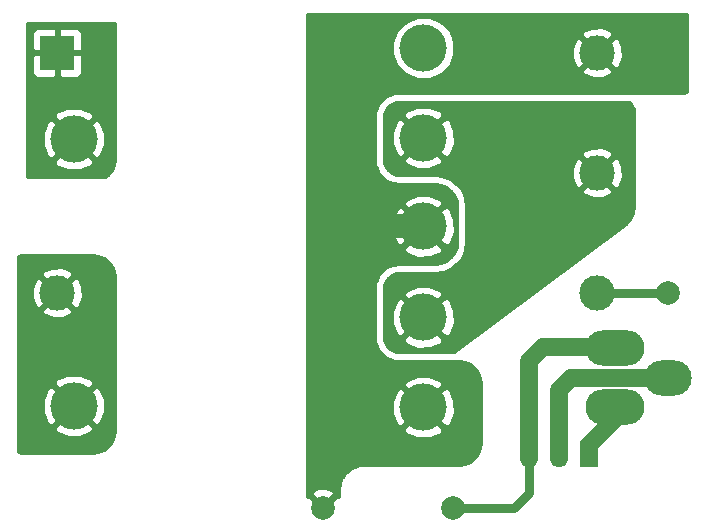
<source format=gbr>
G04 #@! TF.GenerationSoftware,KiCad,Pcbnew,(5.0.2)-1*
G04 #@! TF.CreationDate,2019-01-19T19:24:23-05:00*
G04 #@! TF.ProjectId,Keithley_177_power_repair,4b656974-686c-4657-995f-3137375f706f,rev?*
G04 #@! TF.SameCoordinates,Original*
G04 #@! TF.FileFunction,Copper,L1,Top*
G04 #@! TF.FilePolarity,Positive*
%FSLAX46Y46*%
G04 Gerber Fmt 4.6, Leading zero omitted, Abs format (unit mm)*
G04 Created by KiCad (PCBNEW (5.0.2)-1) date 1/19/2019 7:24:23 PM*
%MOMM*%
%LPD*%
G01*
G04 APERTURE LIST*
G04 #@! TA.AperFunction,ComponentPad*
%ADD10O,5.000000X3.000000*%
G04 #@! TD*
G04 #@! TA.AperFunction,ComponentPad*
%ADD11O,4.000000X3.000000*%
G04 #@! TD*
G04 #@! TA.AperFunction,ComponentPad*
%ADD12C,4.000000*%
G04 #@! TD*
G04 #@! TA.AperFunction,ComponentPad*
%ADD13C,3.000000*%
G04 #@! TD*
G04 #@! TA.AperFunction,ComponentPad*
%ADD14R,3.000000X3.000000*%
G04 #@! TD*
G04 #@! TA.AperFunction,BGAPad,CuDef*
%ADD15C,2.000000*%
G04 #@! TD*
G04 #@! TA.AperFunction,ComponentPad*
%ADD16R,1.500000X2.300000*%
G04 #@! TD*
G04 #@! TA.AperFunction,ComponentPad*
%ADD17O,1.500000X2.300000*%
G04 #@! TD*
G04 #@! TA.AperFunction,Conductor*
%ADD18C,0.800000*%
G04 #@! TD*
G04 #@! TA.AperFunction,Conductor*
%ADD19C,2.000000*%
G04 #@! TD*
G04 #@! TA.AperFunction,Conductor*
%ADD20C,1.500000*%
G04 #@! TD*
G04 #@! TA.AperFunction,Conductor*
%ADD21C,0.254000*%
G04 #@! TD*
G04 APERTURE END LIST*
D10*
G04 #@! TO.P,VR101,1*
G04 #@! TO.N,Net-(U1-Pad1)*
X81200000Y-78000000D03*
D11*
G04 #@! TO.P,VR101,2*
G04 #@! TO.N,GNDA*
X85700000Y-75500000D03*
D10*
G04 #@! TO.P,VR101,3*
G04 #@! TO.N,Net-(TP3-Pad1)*
X81200000Y-73000000D03*
G04 #@! TD*
D12*
G04 #@! TO.P,T101,2*
G04 #@! TO.N,+15V*
X65000000Y-78000000D03*
G04 #@! TO.P,T101,3*
G04 #@! TO.N,GND*
X65000000Y-70400000D03*
G04 #@! TO.P,T101,4*
G04 #@! TO.N,+15V*
X65000000Y-62700000D03*
G04 #@! TO.P,T101,5*
G04 #@! TO.N,GND*
X65000000Y-55200000D03*
G04 #@! TO.P,T101,6*
G04 #@! TO.N,-15V*
X65000000Y-47600000D03*
G04 #@! TO.P,T101,8*
G04 #@! TO.N,/N*
X35400000Y-55300000D03*
G04 #@! TO.P,T101,11*
G04 #@! TO.N,/L*
X35400000Y-77900000D03*
G04 #@! TD*
D13*
G04 #@! TO.P,T1,5*
G04 #@! TO.N,+15V*
X79720000Y-48000000D03*
G04 #@! TO.P,T1,4*
G04 #@! TO.N,GND*
X79720000Y-58160000D03*
G04 #@! TO.P,T1,3*
G04 #@! TO.N,-15V*
X79720000Y-68320000D03*
G04 #@! TO.P,T1,2*
G04 #@! TO.N,/L*
X34000000Y-68320000D03*
D14*
G04 #@! TO.P,T1,1*
G04 #@! TO.N,/N*
X34000000Y-48000000D03*
G04 #@! TD*
D15*
G04 #@! TO.P,TP1,1*
G04 #@! TO.N,+15V*
X56500000Y-86500000D03*
G04 #@! TD*
G04 #@! TO.P,TP3,1*
G04 #@! TO.N,Net-(TP3-Pad1)*
X67500000Y-86500000D03*
G04 #@! TD*
G04 #@! TO.P,TP2,1*
G04 #@! TO.N,-15V*
X85750000Y-68300000D03*
G04 #@! TD*
D16*
G04 #@! TO.P,U1,1*
G04 #@! TO.N,Net-(U1-Pad1)*
X79000000Y-82000000D03*
D17*
G04 #@! TO.P,U1,2*
G04 #@! TO.N,GNDA*
X76460000Y-82000000D03*
G04 #@! TO.P,U1,3*
G04 #@! TO.N,Net-(TP3-Pad1)*
X73920000Y-82000000D03*
G04 #@! TD*
D18*
G04 #@! TO.N,-15V*
X85730000Y-68320000D02*
X85750000Y-68300000D01*
X79720000Y-68320000D02*
X85730000Y-68320000D01*
D19*
G04 #@! TO.N,+15V*
X79720000Y-48000000D02*
X79700000Y-48000000D01*
X65000000Y-62700000D02*
X62700000Y-62700000D01*
D20*
G04 #@! TO.N,Net-(U1-Pad1)*
X79000000Y-81200000D02*
X82200000Y-78000000D01*
X79000000Y-82000000D02*
X79000000Y-81200000D01*
G04 #@! TO.N,GNDA*
X84750000Y-75500000D02*
X84800000Y-75450000D01*
X77500000Y-75500000D02*
X84750000Y-75500000D01*
X76460000Y-82000000D02*
X76460000Y-76540000D01*
X76460000Y-76540000D02*
X77500000Y-75500000D01*
G04 #@! TO.N,Net-(TP3-Pad1)*
X73920000Y-82000000D02*
X73920000Y-74080000D01*
X75100000Y-72900000D02*
X82200000Y-72900000D01*
X73920000Y-74080000D02*
X75100000Y-72900000D01*
D18*
X67500000Y-86500000D02*
X72700000Y-86500000D01*
X73920000Y-85280000D02*
X73920000Y-82000000D01*
X72700000Y-86500000D02*
X73920000Y-85280000D01*
G04 #@! TD*
D21*
G04 #@! TO.N,/N*
G36*
X38873000Y-56991672D02*
X38808120Y-57484485D01*
X38621116Y-57935952D01*
X38323636Y-58323636D01*
X38031239Y-58548000D01*
X31452000Y-58548000D01*
X31452000Y-57175022D01*
X33704584Y-57175022D01*
X33925353Y-57545743D01*
X34897012Y-57939119D01*
X35945247Y-57930713D01*
X36874647Y-57545743D01*
X37095416Y-57175022D01*
X35400000Y-55479605D01*
X33704584Y-57175022D01*
X31452000Y-57175022D01*
X31452000Y-54797012D01*
X32760881Y-54797012D01*
X32769287Y-55845247D01*
X33154257Y-56774647D01*
X33524978Y-56995416D01*
X35220395Y-55300000D01*
X35579605Y-55300000D01*
X37275022Y-56995416D01*
X37645743Y-56774647D01*
X38039119Y-55802988D01*
X38030713Y-54754753D01*
X37645743Y-53825353D01*
X37275022Y-53604584D01*
X35579605Y-55300000D01*
X35220395Y-55300000D01*
X33524978Y-53604584D01*
X33154257Y-53825353D01*
X32760881Y-54797012D01*
X31452000Y-54797012D01*
X31452000Y-53424978D01*
X33704584Y-53424978D01*
X35400000Y-55120395D01*
X37095416Y-53424978D01*
X36874647Y-53054257D01*
X35902988Y-52660881D01*
X34854753Y-52669287D01*
X33925353Y-53054257D01*
X33704584Y-53424978D01*
X31452000Y-53424978D01*
X31452000Y-48285750D01*
X31865000Y-48285750D01*
X31865000Y-49626310D01*
X31961673Y-49859699D01*
X32140302Y-50038327D01*
X32373691Y-50135000D01*
X33714250Y-50135000D01*
X33873000Y-49976250D01*
X33873000Y-48127000D01*
X34127000Y-48127000D01*
X34127000Y-49976250D01*
X34285750Y-50135000D01*
X35626309Y-50135000D01*
X35859698Y-50038327D01*
X36038327Y-49859699D01*
X36135000Y-49626310D01*
X36135000Y-48285750D01*
X35976250Y-48127000D01*
X34127000Y-48127000D01*
X33873000Y-48127000D01*
X32023750Y-48127000D01*
X31865000Y-48285750D01*
X31452000Y-48285750D01*
X31452000Y-46373690D01*
X31865000Y-46373690D01*
X31865000Y-47714250D01*
X32023750Y-47873000D01*
X33873000Y-47873000D01*
X33873000Y-46023750D01*
X34127000Y-46023750D01*
X34127000Y-47873000D01*
X35976250Y-47873000D01*
X36135000Y-47714250D01*
X36135000Y-46373690D01*
X36038327Y-46140301D01*
X35859698Y-45961673D01*
X35626309Y-45865000D01*
X34285750Y-45865000D01*
X34127000Y-46023750D01*
X33873000Y-46023750D01*
X33714250Y-45865000D01*
X32373691Y-45865000D01*
X32140302Y-45961673D01*
X31961673Y-46140301D01*
X31865000Y-46373690D01*
X31452000Y-46373690D01*
X31452000Y-45452000D01*
X38873000Y-45452000D01*
X38873000Y-56991672D01*
X38873000Y-56991672D01*
G37*
X38873000Y-56991672D02*
X38808120Y-57484485D01*
X38621116Y-57935952D01*
X38323636Y-58323636D01*
X38031239Y-58548000D01*
X31452000Y-58548000D01*
X31452000Y-57175022D01*
X33704584Y-57175022D01*
X33925353Y-57545743D01*
X34897012Y-57939119D01*
X35945247Y-57930713D01*
X36874647Y-57545743D01*
X37095416Y-57175022D01*
X35400000Y-55479605D01*
X33704584Y-57175022D01*
X31452000Y-57175022D01*
X31452000Y-54797012D01*
X32760881Y-54797012D01*
X32769287Y-55845247D01*
X33154257Y-56774647D01*
X33524978Y-56995416D01*
X35220395Y-55300000D01*
X35579605Y-55300000D01*
X37275022Y-56995416D01*
X37645743Y-56774647D01*
X38039119Y-55802988D01*
X38030713Y-54754753D01*
X37645743Y-53825353D01*
X37275022Y-53604584D01*
X35579605Y-55300000D01*
X35220395Y-55300000D01*
X33524978Y-53604584D01*
X33154257Y-53825353D01*
X32760881Y-54797012D01*
X31452000Y-54797012D01*
X31452000Y-53424978D01*
X33704584Y-53424978D01*
X35400000Y-55120395D01*
X37095416Y-53424978D01*
X36874647Y-53054257D01*
X35902988Y-52660881D01*
X34854753Y-52669287D01*
X33925353Y-53054257D01*
X33704584Y-53424978D01*
X31452000Y-53424978D01*
X31452000Y-48285750D01*
X31865000Y-48285750D01*
X31865000Y-49626310D01*
X31961673Y-49859699D01*
X32140302Y-50038327D01*
X32373691Y-50135000D01*
X33714250Y-50135000D01*
X33873000Y-49976250D01*
X33873000Y-48127000D01*
X34127000Y-48127000D01*
X34127000Y-49976250D01*
X34285750Y-50135000D01*
X35626309Y-50135000D01*
X35859698Y-50038327D01*
X36038327Y-49859699D01*
X36135000Y-49626310D01*
X36135000Y-48285750D01*
X35976250Y-48127000D01*
X34127000Y-48127000D01*
X33873000Y-48127000D01*
X32023750Y-48127000D01*
X31865000Y-48285750D01*
X31452000Y-48285750D01*
X31452000Y-46373690D01*
X31865000Y-46373690D01*
X31865000Y-47714250D01*
X32023750Y-47873000D01*
X33873000Y-47873000D01*
X33873000Y-46023750D01*
X34127000Y-46023750D01*
X34127000Y-47873000D01*
X35976250Y-47873000D01*
X36135000Y-47714250D01*
X36135000Y-46373690D01*
X36038327Y-46140301D01*
X35859698Y-45961673D01*
X35626309Y-45865000D01*
X34285750Y-45865000D01*
X34127000Y-46023750D01*
X33873000Y-46023750D01*
X33714250Y-45865000D01*
X32373691Y-45865000D01*
X32140302Y-45961673D01*
X31961673Y-46140301D01*
X31865000Y-46373690D01*
X31452000Y-46373690D01*
X31452000Y-45452000D01*
X38873000Y-45452000D01*
X38873000Y-56991672D01*
G04 #@! TO.N,/L*
G36*
X37484485Y-65191880D02*
X37935952Y-65378884D01*
X38323636Y-65676364D01*
X38621116Y-66064048D01*
X38808120Y-66515515D01*
X38873000Y-67008328D01*
X38873000Y-79991672D01*
X38808120Y-80484485D01*
X38621116Y-80935952D01*
X38323636Y-81323636D01*
X37935952Y-81621116D01*
X37484485Y-81808120D01*
X36991672Y-81873000D01*
X31008328Y-81873000D01*
X30710000Y-81833724D01*
X30710000Y-79775022D01*
X33704584Y-79775022D01*
X33925353Y-80145743D01*
X34897012Y-80539119D01*
X35945247Y-80530713D01*
X36874647Y-80145743D01*
X37095416Y-79775022D01*
X35400000Y-78079605D01*
X33704584Y-79775022D01*
X30710000Y-79775022D01*
X30710000Y-77397012D01*
X32760881Y-77397012D01*
X32769287Y-78445247D01*
X33154257Y-79374647D01*
X33524978Y-79595416D01*
X35220395Y-77900000D01*
X35579605Y-77900000D01*
X37275022Y-79595416D01*
X37645743Y-79374647D01*
X38039119Y-78402988D01*
X38030713Y-77354753D01*
X37645743Y-76425353D01*
X37275022Y-76204584D01*
X35579605Y-77900000D01*
X35220395Y-77900000D01*
X33524978Y-76204584D01*
X33154257Y-76425353D01*
X32760881Y-77397012D01*
X30710000Y-77397012D01*
X30710000Y-76024978D01*
X33704584Y-76024978D01*
X35400000Y-77720395D01*
X37095416Y-76024978D01*
X36874647Y-75654257D01*
X35902988Y-75260881D01*
X34854753Y-75269287D01*
X33925353Y-75654257D01*
X33704584Y-76024978D01*
X30710000Y-76024978D01*
X30710000Y-69833970D01*
X32665635Y-69833970D01*
X32825418Y-70152739D01*
X33616187Y-70462723D01*
X34465387Y-70446497D01*
X35174582Y-70152739D01*
X35334365Y-69833970D01*
X34000000Y-68499605D01*
X32665635Y-69833970D01*
X30710000Y-69833970D01*
X30710000Y-67936187D01*
X31857277Y-67936187D01*
X31873503Y-68785387D01*
X32167261Y-69494582D01*
X32486030Y-69654365D01*
X33820395Y-68320000D01*
X34179605Y-68320000D01*
X35513970Y-69654365D01*
X35832739Y-69494582D01*
X36142723Y-68703813D01*
X36126497Y-67854613D01*
X35832739Y-67145418D01*
X35513970Y-66985635D01*
X34179605Y-68320000D01*
X33820395Y-68320000D01*
X32486030Y-66985635D01*
X32167261Y-67145418D01*
X31857277Y-67936187D01*
X30710000Y-67936187D01*
X30710000Y-66806030D01*
X32665635Y-66806030D01*
X34000000Y-68140395D01*
X35334365Y-66806030D01*
X35174582Y-66487261D01*
X34383813Y-66177277D01*
X33534613Y-66193503D01*
X32825418Y-66487261D01*
X32665635Y-66806030D01*
X30710000Y-66806030D01*
X30710000Y-65166276D01*
X31008328Y-65127000D01*
X36991672Y-65127000D01*
X37484485Y-65191880D01*
X37484485Y-65191880D01*
G37*
X37484485Y-65191880D02*
X37935952Y-65378884D01*
X38323636Y-65676364D01*
X38621116Y-66064048D01*
X38808120Y-66515515D01*
X38873000Y-67008328D01*
X38873000Y-79991672D01*
X38808120Y-80484485D01*
X38621116Y-80935952D01*
X38323636Y-81323636D01*
X37935952Y-81621116D01*
X37484485Y-81808120D01*
X36991672Y-81873000D01*
X31008328Y-81873000D01*
X30710000Y-81833724D01*
X30710000Y-79775022D01*
X33704584Y-79775022D01*
X33925353Y-80145743D01*
X34897012Y-80539119D01*
X35945247Y-80530713D01*
X36874647Y-80145743D01*
X37095416Y-79775022D01*
X35400000Y-78079605D01*
X33704584Y-79775022D01*
X30710000Y-79775022D01*
X30710000Y-77397012D01*
X32760881Y-77397012D01*
X32769287Y-78445247D01*
X33154257Y-79374647D01*
X33524978Y-79595416D01*
X35220395Y-77900000D01*
X35579605Y-77900000D01*
X37275022Y-79595416D01*
X37645743Y-79374647D01*
X38039119Y-78402988D01*
X38030713Y-77354753D01*
X37645743Y-76425353D01*
X37275022Y-76204584D01*
X35579605Y-77900000D01*
X35220395Y-77900000D01*
X33524978Y-76204584D01*
X33154257Y-76425353D01*
X32760881Y-77397012D01*
X30710000Y-77397012D01*
X30710000Y-76024978D01*
X33704584Y-76024978D01*
X35400000Y-77720395D01*
X37095416Y-76024978D01*
X36874647Y-75654257D01*
X35902988Y-75260881D01*
X34854753Y-75269287D01*
X33925353Y-75654257D01*
X33704584Y-76024978D01*
X30710000Y-76024978D01*
X30710000Y-69833970D01*
X32665635Y-69833970D01*
X32825418Y-70152739D01*
X33616187Y-70462723D01*
X34465387Y-70446497D01*
X35174582Y-70152739D01*
X35334365Y-69833970D01*
X34000000Y-68499605D01*
X32665635Y-69833970D01*
X30710000Y-69833970D01*
X30710000Y-67936187D01*
X31857277Y-67936187D01*
X31873503Y-68785387D01*
X32167261Y-69494582D01*
X32486030Y-69654365D01*
X33820395Y-68320000D01*
X34179605Y-68320000D01*
X35513970Y-69654365D01*
X35832739Y-69494582D01*
X36142723Y-68703813D01*
X36126497Y-67854613D01*
X35832739Y-67145418D01*
X35513970Y-66985635D01*
X34179605Y-68320000D01*
X33820395Y-68320000D01*
X32486030Y-66985635D01*
X32167261Y-67145418D01*
X31857277Y-67936187D01*
X30710000Y-67936187D01*
X30710000Y-66806030D01*
X32665635Y-66806030D01*
X34000000Y-68140395D01*
X35334365Y-66806030D01*
X35174582Y-66487261D01*
X34383813Y-66177277D01*
X33534613Y-66193503D01*
X32825418Y-66487261D01*
X32665635Y-66806030D01*
X30710000Y-66806030D01*
X30710000Y-65166276D01*
X31008328Y-65127000D01*
X36991672Y-65127000D01*
X37484485Y-65191880D01*
G04 #@! TO.N,GND*
G36*
X82561754Y-52296956D02*
X82792060Y-52748956D01*
X82873000Y-53259992D01*
X82873000Y-60990168D01*
X82782776Y-61569301D01*
X82525107Y-62084639D01*
X82115932Y-62504301D01*
X67635000Y-73365000D01*
X63041624Y-73365000D01*
X62648127Y-73313195D01*
X62320242Y-73177381D01*
X62038674Y-72961326D01*
X61822619Y-72679758D01*
X61686805Y-72351873D01*
X61676688Y-72275022D01*
X63304584Y-72275022D01*
X63525353Y-72645743D01*
X64497012Y-73039119D01*
X65545247Y-73030713D01*
X66474647Y-72645743D01*
X66695416Y-72275022D01*
X65000000Y-70579605D01*
X63304584Y-72275022D01*
X61676688Y-72275022D01*
X61635000Y-71958376D01*
X61635000Y-69897012D01*
X62360881Y-69897012D01*
X62369287Y-70945247D01*
X62754257Y-71874647D01*
X63124978Y-72095416D01*
X64820395Y-70400000D01*
X65179605Y-70400000D01*
X66875022Y-72095416D01*
X67245743Y-71874647D01*
X67639119Y-70902988D01*
X67630713Y-69854753D01*
X67245743Y-68925353D01*
X66875022Y-68704584D01*
X65179605Y-70400000D01*
X64820395Y-70400000D01*
X63124978Y-68704584D01*
X62754257Y-68925353D01*
X62360881Y-69897012D01*
X61635000Y-69897012D01*
X61635000Y-68524978D01*
X63304584Y-68524978D01*
X65000000Y-70220395D01*
X66695416Y-68524978D01*
X66474647Y-68154257D01*
X65502988Y-67760881D01*
X64454753Y-67769287D01*
X63525353Y-68154257D01*
X63304584Y-68524978D01*
X61635000Y-68524978D01*
X61635000Y-68041624D01*
X61686805Y-67648127D01*
X61822619Y-67320242D01*
X62038674Y-67038674D01*
X62320242Y-66822619D01*
X62648127Y-66686805D01*
X63041624Y-66635000D01*
X66000000Y-66635000D01*
X66082884Y-66629568D01*
X66600522Y-66561420D01*
X66760642Y-66518515D01*
X67243004Y-66318714D01*
X67386563Y-66235831D01*
X67800777Y-65917994D01*
X67917994Y-65800777D01*
X68235831Y-65386563D01*
X68318714Y-65243004D01*
X68518515Y-64760642D01*
X68561420Y-64600522D01*
X68629568Y-64082884D01*
X68635000Y-64000000D01*
X68635000Y-61000000D01*
X68629568Y-60917116D01*
X68561420Y-60399478D01*
X68518515Y-60239358D01*
X68318714Y-59756996D01*
X68270780Y-59673970D01*
X78385635Y-59673970D01*
X78545418Y-59992739D01*
X79336187Y-60302723D01*
X80185387Y-60286497D01*
X80894582Y-59992739D01*
X81054365Y-59673970D01*
X79720000Y-58339605D01*
X78385635Y-59673970D01*
X68270780Y-59673970D01*
X68235831Y-59613437D01*
X67917994Y-59199223D01*
X67800777Y-59082006D01*
X67386563Y-58764169D01*
X67243004Y-58681286D01*
X66760642Y-58481485D01*
X66600522Y-58438580D01*
X66082884Y-58370432D01*
X66000000Y-58365000D01*
X63041624Y-58365000D01*
X62648127Y-58313195D01*
X62320242Y-58177381D01*
X62038674Y-57961326D01*
X61822619Y-57679758D01*
X61686805Y-57351873D01*
X61650357Y-57075022D01*
X63304584Y-57075022D01*
X63525353Y-57445743D01*
X64497012Y-57839119D01*
X65545247Y-57830713D01*
X65676884Y-57776187D01*
X77577277Y-57776187D01*
X77593503Y-58625387D01*
X77887261Y-59334582D01*
X78206030Y-59494365D01*
X79540395Y-58160000D01*
X79899605Y-58160000D01*
X81233970Y-59494365D01*
X81552739Y-59334582D01*
X81862723Y-58543813D01*
X81846497Y-57694613D01*
X81552739Y-56985418D01*
X81233970Y-56825635D01*
X79899605Y-58160000D01*
X79540395Y-58160000D01*
X78206030Y-56825635D01*
X77887261Y-56985418D01*
X77577277Y-57776187D01*
X65676884Y-57776187D01*
X66474647Y-57445743D01*
X66695416Y-57075022D01*
X65000000Y-55379605D01*
X63304584Y-57075022D01*
X61650357Y-57075022D01*
X61635000Y-56958376D01*
X61635000Y-54697012D01*
X62360881Y-54697012D01*
X62369287Y-55745247D01*
X62754257Y-56674647D01*
X63124978Y-56895416D01*
X64820395Y-55200000D01*
X65179605Y-55200000D01*
X66875022Y-56895416D01*
X67245743Y-56674647D01*
X67257328Y-56646030D01*
X78385635Y-56646030D01*
X79720000Y-57980395D01*
X81054365Y-56646030D01*
X80894582Y-56327261D01*
X80103813Y-56017277D01*
X79254613Y-56033503D01*
X78545418Y-56327261D01*
X78385635Y-56646030D01*
X67257328Y-56646030D01*
X67639119Y-55702988D01*
X67630713Y-54654753D01*
X67245743Y-53725353D01*
X66875022Y-53504584D01*
X65179605Y-55200000D01*
X64820395Y-55200000D01*
X63124978Y-53504584D01*
X62754257Y-53725353D01*
X62360881Y-54697012D01*
X61635000Y-54697012D01*
X61635000Y-53541624D01*
X61663522Y-53324978D01*
X63304584Y-53324978D01*
X65000000Y-55020395D01*
X66695416Y-53324978D01*
X66474647Y-52954257D01*
X65502988Y-52560881D01*
X64454753Y-52569287D01*
X63525353Y-52954257D01*
X63304584Y-53324978D01*
X61663522Y-53324978D01*
X61686805Y-53148127D01*
X61822619Y-52820242D01*
X62038674Y-52538674D01*
X62320242Y-52322619D01*
X62648127Y-52186805D01*
X63041624Y-52135000D01*
X82399798Y-52135000D01*
X82561754Y-52296956D01*
X82561754Y-52296956D01*
G37*
X82561754Y-52296956D02*
X82792060Y-52748956D01*
X82873000Y-53259992D01*
X82873000Y-60990168D01*
X82782776Y-61569301D01*
X82525107Y-62084639D01*
X82115932Y-62504301D01*
X67635000Y-73365000D01*
X63041624Y-73365000D01*
X62648127Y-73313195D01*
X62320242Y-73177381D01*
X62038674Y-72961326D01*
X61822619Y-72679758D01*
X61686805Y-72351873D01*
X61676688Y-72275022D01*
X63304584Y-72275022D01*
X63525353Y-72645743D01*
X64497012Y-73039119D01*
X65545247Y-73030713D01*
X66474647Y-72645743D01*
X66695416Y-72275022D01*
X65000000Y-70579605D01*
X63304584Y-72275022D01*
X61676688Y-72275022D01*
X61635000Y-71958376D01*
X61635000Y-69897012D01*
X62360881Y-69897012D01*
X62369287Y-70945247D01*
X62754257Y-71874647D01*
X63124978Y-72095416D01*
X64820395Y-70400000D01*
X65179605Y-70400000D01*
X66875022Y-72095416D01*
X67245743Y-71874647D01*
X67639119Y-70902988D01*
X67630713Y-69854753D01*
X67245743Y-68925353D01*
X66875022Y-68704584D01*
X65179605Y-70400000D01*
X64820395Y-70400000D01*
X63124978Y-68704584D01*
X62754257Y-68925353D01*
X62360881Y-69897012D01*
X61635000Y-69897012D01*
X61635000Y-68524978D01*
X63304584Y-68524978D01*
X65000000Y-70220395D01*
X66695416Y-68524978D01*
X66474647Y-68154257D01*
X65502988Y-67760881D01*
X64454753Y-67769287D01*
X63525353Y-68154257D01*
X63304584Y-68524978D01*
X61635000Y-68524978D01*
X61635000Y-68041624D01*
X61686805Y-67648127D01*
X61822619Y-67320242D01*
X62038674Y-67038674D01*
X62320242Y-66822619D01*
X62648127Y-66686805D01*
X63041624Y-66635000D01*
X66000000Y-66635000D01*
X66082884Y-66629568D01*
X66600522Y-66561420D01*
X66760642Y-66518515D01*
X67243004Y-66318714D01*
X67386563Y-66235831D01*
X67800777Y-65917994D01*
X67917994Y-65800777D01*
X68235831Y-65386563D01*
X68318714Y-65243004D01*
X68518515Y-64760642D01*
X68561420Y-64600522D01*
X68629568Y-64082884D01*
X68635000Y-64000000D01*
X68635000Y-61000000D01*
X68629568Y-60917116D01*
X68561420Y-60399478D01*
X68518515Y-60239358D01*
X68318714Y-59756996D01*
X68270780Y-59673970D01*
X78385635Y-59673970D01*
X78545418Y-59992739D01*
X79336187Y-60302723D01*
X80185387Y-60286497D01*
X80894582Y-59992739D01*
X81054365Y-59673970D01*
X79720000Y-58339605D01*
X78385635Y-59673970D01*
X68270780Y-59673970D01*
X68235831Y-59613437D01*
X67917994Y-59199223D01*
X67800777Y-59082006D01*
X67386563Y-58764169D01*
X67243004Y-58681286D01*
X66760642Y-58481485D01*
X66600522Y-58438580D01*
X66082884Y-58370432D01*
X66000000Y-58365000D01*
X63041624Y-58365000D01*
X62648127Y-58313195D01*
X62320242Y-58177381D01*
X62038674Y-57961326D01*
X61822619Y-57679758D01*
X61686805Y-57351873D01*
X61650357Y-57075022D01*
X63304584Y-57075022D01*
X63525353Y-57445743D01*
X64497012Y-57839119D01*
X65545247Y-57830713D01*
X65676884Y-57776187D01*
X77577277Y-57776187D01*
X77593503Y-58625387D01*
X77887261Y-59334582D01*
X78206030Y-59494365D01*
X79540395Y-58160000D01*
X79899605Y-58160000D01*
X81233970Y-59494365D01*
X81552739Y-59334582D01*
X81862723Y-58543813D01*
X81846497Y-57694613D01*
X81552739Y-56985418D01*
X81233970Y-56825635D01*
X79899605Y-58160000D01*
X79540395Y-58160000D01*
X78206030Y-56825635D01*
X77887261Y-56985418D01*
X77577277Y-57776187D01*
X65676884Y-57776187D01*
X66474647Y-57445743D01*
X66695416Y-57075022D01*
X65000000Y-55379605D01*
X63304584Y-57075022D01*
X61650357Y-57075022D01*
X61635000Y-56958376D01*
X61635000Y-54697012D01*
X62360881Y-54697012D01*
X62369287Y-55745247D01*
X62754257Y-56674647D01*
X63124978Y-56895416D01*
X64820395Y-55200000D01*
X65179605Y-55200000D01*
X66875022Y-56895416D01*
X67245743Y-56674647D01*
X67257328Y-56646030D01*
X78385635Y-56646030D01*
X79720000Y-57980395D01*
X81054365Y-56646030D01*
X80894582Y-56327261D01*
X80103813Y-56017277D01*
X79254613Y-56033503D01*
X78545418Y-56327261D01*
X78385635Y-56646030D01*
X67257328Y-56646030D01*
X67639119Y-55702988D01*
X67630713Y-54654753D01*
X67245743Y-53725353D01*
X66875022Y-53504584D01*
X65179605Y-55200000D01*
X64820395Y-55200000D01*
X63124978Y-53504584D01*
X62754257Y-53725353D01*
X62360881Y-54697012D01*
X61635000Y-54697012D01*
X61635000Y-53541624D01*
X61663522Y-53324978D01*
X63304584Y-53324978D01*
X65000000Y-55020395D01*
X66695416Y-53324978D01*
X66474647Y-52954257D01*
X65502988Y-52560881D01*
X64454753Y-52569287D01*
X63525353Y-52954257D01*
X63304584Y-53324978D01*
X61663522Y-53324978D01*
X61686805Y-53148127D01*
X61822619Y-52820242D01*
X62038674Y-52538674D01*
X62320242Y-52322619D01*
X62648127Y-52186805D01*
X63041624Y-52135000D01*
X82399798Y-52135000D01*
X82561754Y-52296956D01*
G04 #@! TO.N,+15V*
G36*
X87290000Y-51333724D02*
X86991672Y-51373000D01*
X63000000Y-51373000D01*
X62983423Y-51374086D01*
X62465785Y-51442234D01*
X62433761Y-51450815D01*
X61951399Y-51650616D01*
X61922687Y-51667193D01*
X61508473Y-51985030D01*
X61485030Y-52008473D01*
X61167193Y-52422687D01*
X61150616Y-52451399D01*
X60950815Y-52933761D01*
X60942234Y-52965785D01*
X60874086Y-53483423D01*
X60873000Y-53500000D01*
X60873000Y-57000000D01*
X60874086Y-57016577D01*
X60942234Y-57534215D01*
X60950815Y-57566239D01*
X61150616Y-58048601D01*
X61167193Y-58077313D01*
X61485030Y-58491527D01*
X61508473Y-58514970D01*
X61922687Y-58832807D01*
X61951399Y-58849384D01*
X62433761Y-59049185D01*
X62465785Y-59057766D01*
X62983423Y-59125914D01*
X63000000Y-59127000D01*
X65991672Y-59127000D01*
X66484485Y-59191880D01*
X66935952Y-59378884D01*
X67323636Y-59676364D01*
X67621116Y-60064048D01*
X67808120Y-60515515D01*
X67873000Y-61008328D01*
X67873000Y-63991672D01*
X67808120Y-64484485D01*
X67621116Y-64935952D01*
X67323636Y-65323636D01*
X66935952Y-65621116D01*
X66484485Y-65808120D01*
X65991672Y-65873000D01*
X63000000Y-65873000D01*
X62983423Y-65874086D01*
X62465785Y-65942234D01*
X62433761Y-65950815D01*
X61951399Y-66150616D01*
X61922687Y-66167193D01*
X61508473Y-66485030D01*
X61485030Y-66508473D01*
X61167193Y-66922687D01*
X61150616Y-66951399D01*
X60950815Y-67433761D01*
X60942234Y-67465785D01*
X60874086Y-67983423D01*
X60873000Y-68000000D01*
X60873000Y-72000000D01*
X60874086Y-72016577D01*
X60942234Y-72534215D01*
X60950815Y-72566239D01*
X61150616Y-73048601D01*
X61167193Y-73077313D01*
X61485030Y-73491527D01*
X61508473Y-73514970D01*
X61922687Y-73832807D01*
X61951399Y-73849384D01*
X62433761Y-74049185D01*
X62465785Y-74057766D01*
X62983423Y-74125914D01*
X63000000Y-74127000D01*
X67991672Y-74127000D01*
X68484485Y-74191880D01*
X68935952Y-74378884D01*
X69323636Y-74676364D01*
X69621116Y-75064048D01*
X69808120Y-75515515D01*
X69873000Y-76008328D01*
X69873000Y-80991672D01*
X69808120Y-81484485D01*
X69621116Y-81935952D01*
X69323636Y-82323636D01*
X68935952Y-82621116D01*
X68484485Y-82808120D01*
X67991672Y-82873000D01*
X60000000Y-82873000D01*
X59983423Y-82874086D01*
X59465785Y-82942234D01*
X59433761Y-82950815D01*
X58951399Y-83150616D01*
X58922687Y-83167193D01*
X58508473Y-83485030D01*
X58485030Y-83508473D01*
X58167193Y-83922687D01*
X58150616Y-83951399D01*
X57950815Y-84433761D01*
X57942234Y-84465785D01*
X57874086Y-84983423D01*
X57873000Y-85000000D01*
X57873000Y-85608586D01*
X57652532Y-85527073D01*
X56679605Y-86500000D01*
X56693748Y-86514143D01*
X56514143Y-86693748D01*
X56500000Y-86679605D01*
X56485858Y-86693748D01*
X56306253Y-86514143D01*
X56320395Y-86500000D01*
X55347468Y-85527073D01*
X55127000Y-85608586D01*
X55127000Y-85347468D01*
X55527073Y-85347468D01*
X56500000Y-86320395D01*
X57472927Y-85347468D01*
X57374264Y-85080613D01*
X56764539Y-84854092D01*
X56114540Y-84878144D01*
X55625736Y-85080613D01*
X55527073Y-85347468D01*
X55127000Y-85347468D01*
X55127000Y-79875022D01*
X63304584Y-79875022D01*
X63525353Y-80245743D01*
X64497012Y-80639119D01*
X65545247Y-80630713D01*
X66474647Y-80245743D01*
X66695416Y-79875022D01*
X65000000Y-78179605D01*
X63304584Y-79875022D01*
X55127000Y-79875022D01*
X55127000Y-77497012D01*
X62360881Y-77497012D01*
X62369287Y-78545247D01*
X62754257Y-79474647D01*
X63124978Y-79695416D01*
X64820395Y-78000000D01*
X65179605Y-78000000D01*
X66875022Y-79695416D01*
X67245743Y-79474647D01*
X67639119Y-78502988D01*
X67630713Y-77454753D01*
X67245743Y-76525353D01*
X66875022Y-76304584D01*
X65179605Y-78000000D01*
X64820395Y-78000000D01*
X63124978Y-76304584D01*
X62754257Y-76525353D01*
X62360881Y-77497012D01*
X55127000Y-77497012D01*
X55127000Y-76124978D01*
X63304584Y-76124978D01*
X65000000Y-77820395D01*
X66695416Y-76124978D01*
X66474647Y-75754257D01*
X65502988Y-75360881D01*
X64454753Y-75369287D01*
X63525353Y-75754257D01*
X63304584Y-76124978D01*
X55127000Y-76124978D01*
X55127000Y-64575022D01*
X63304584Y-64575022D01*
X63525353Y-64945743D01*
X64497012Y-65339119D01*
X65545247Y-65330713D01*
X66474647Y-64945743D01*
X66695416Y-64575022D01*
X65000000Y-62879605D01*
X63304584Y-64575022D01*
X55127000Y-64575022D01*
X55127000Y-62197012D01*
X62360881Y-62197012D01*
X62369287Y-63245247D01*
X62754257Y-64174647D01*
X63124978Y-64395416D01*
X64820395Y-62700000D01*
X65179605Y-62700000D01*
X66875022Y-64395416D01*
X67245743Y-64174647D01*
X67639119Y-63202988D01*
X67630713Y-62154753D01*
X67245743Y-61225353D01*
X66875022Y-61004584D01*
X65179605Y-62700000D01*
X64820395Y-62700000D01*
X63124978Y-61004584D01*
X62754257Y-61225353D01*
X62360881Y-62197012D01*
X55127000Y-62197012D01*
X55127000Y-60824978D01*
X63304584Y-60824978D01*
X65000000Y-62520395D01*
X66695416Y-60824978D01*
X66474647Y-60454257D01*
X65502988Y-60060881D01*
X64454753Y-60069287D01*
X63525353Y-60454257D01*
X63304584Y-60824978D01*
X55127000Y-60824978D01*
X55127000Y-47075866D01*
X62365000Y-47075866D01*
X62365000Y-48124134D01*
X62766155Y-49092608D01*
X63507392Y-49833845D01*
X64475866Y-50235000D01*
X65524134Y-50235000D01*
X66492608Y-49833845D01*
X66812483Y-49513970D01*
X78385635Y-49513970D01*
X78545418Y-49832739D01*
X79336187Y-50142723D01*
X80185387Y-50126497D01*
X80894582Y-49832739D01*
X81054365Y-49513970D01*
X79720000Y-48179605D01*
X78385635Y-49513970D01*
X66812483Y-49513970D01*
X67233845Y-49092608D01*
X67635000Y-48124134D01*
X67635000Y-47616187D01*
X77577277Y-47616187D01*
X77593503Y-48465387D01*
X77887261Y-49174582D01*
X78206030Y-49334365D01*
X79540395Y-48000000D01*
X79899605Y-48000000D01*
X81233970Y-49334365D01*
X81552739Y-49174582D01*
X81862723Y-48383813D01*
X81846497Y-47534613D01*
X81552739Y-46825418D01*
X81233970Y-46665635D01*
X79899605Y-48000000D01*
X79540395Y-48000000D01*
X78206030Y-46665635D01*
X77887261Y-46825418D01*
X77577277Y-47616187D01*
X67635000Y-47616187D01*
X67635000Y-47075866D01*
X67390682Y-46486030D01*
X78385635Y-46486030D01*
X79720000Y-47820395D01*
X81054365Y-46486030D01*
X80894582Y-46167261D01*
X80103813Y-45857277D01*
X79254613Y-45873503D01*
X78545418Y-46167261D01*
X78385635Y-46486030D01*
X67390682Y-46486030D01*
X67233845Y-46107392D01*
X66492608Y-45366155D01*
X65524134Y-44965000D01*
X64475866Y-44965000D01*
X63507392Y-45366155D01*
X62766155Y-46107392D01*
X62365000Y-47075866D01*
X55127000Y-47075866D01*
X55127000Y-45008328D01*
X55166276Y-44710000D01*
X87290000Y-44710000D01*
X87290000Y-51333724D01*
X87290000Y-51333724D01*
G37*
X87290000Y-51333724D02*
X86991672Y-51373000D01*
X63000000Y-51373000D01*
X62983423Y-51374086D01*
X62465785Y-51442234D01*
X62433761Y-51450815D01*
X61951399Y-51650616D01*
X61922687Y-51667193D01*
X61508473Y-51985030D01*
X61485030Y-52008473D01*
X61167193Y-52422687D01*
X61150616Y-52451399D01*
X60950815Y-52933761D01*
X60942234Y-52965785D01*
X60874086Y-53483423D01*
X60873000Y-53500000D01*
X60873000Y-57000000D01*
X60874086Y-57016577D01*
X60942234Y-57534215D01*
X60950815Y-57566239D01*
X61150616Y-58048601D01*
X61167193Y-58077313D01*
X61485030Y-58491527D01*
X61508473Y-58514970D01*
X61922687Y-58832807D01*
X61951399Y-58849384D01*
X62433761Y-59049185D01*
X62465785Y-59057766D01*
X62983423Y-59125914D01*
X63000000Y-59127000D01*
X65991672Y-59127000D01*
X66484485Y-59191880D01*
X66935952Y-59378884D01*
X67323636Y-59676364D01*
X67621116Y-60064048D01*
X67808120Y-60515515D01*
X67873000Y-61008328D01*
X67873000Y-63991672D01*
X67808120Y-64484485D01*
X67621116Y-64935952D01*
X67323636Y-65323636D01*
X66935952Y-65621116D01*
X66484485Y-65808120D01*
X65991672Y-65873000D01*
X63000000Y-65873000D01*
X62983423Y-65874086D01*
X62465785Y-65942234D01*
X62433761Y-65950815D01*
X61951399Y-66150616D01*
X61922687Y-66167193D01*
X61508473Y-66485030D01*
X61485030Y-66508473D01*
X61167193Y-66922687D01*
X61150616Y-66951399D01*
X60950815Y-67433761D01*
X60942234Y-67465785D01*
X60874086Y-67983423D01*
X60873000Y-68000000D01*
X60873000Y-72000000D01*
X60874086Y-72016577D01*
X60942234Y-72534215D01*
X60950815Y-72566239D01*
X61150616Y-73048601D01*
X61167193Y-73077313D01*
X61485030Y-73491527D01*
X61508473Y-73514970D01*
X61922687Y-73832807D01*
X61951399Y-73849384D01*
X62433761Y-74049185D01*
X62465785Y-74057766D01*
X62983423Y-74125914D01*
X63000000Y-74127000D01*
X67991672Y-74127000D01*
X68484485Y-74191880D01*
X68935952Y-74378884D01*
X69323636Y-74676364D01*
X69621116Y-75064048D01*
X69808120Y-75515515D01*
X69873000Y-76008328D01*
X69873000Y-80991672D01*
X69808120Y-81484485D01*
X69621116Y-81935952D01*
X69323636Y-82323636D01*
X68935952Y-82621116D01*
X68484485Y-82808120D01*
X67991672Y-82873000D01*
X60000000Y-82873000D01*
X59983423Y-82874086D01*
X59465785Y-82942234D01*
X59433761Y-82950815D01*
X58951399Y-83150616D01*
X58922687Y-83167193D01*
X58508473Y-83485030D01*
X58485030Y-83508473D01*
X58167193Y-83922687D01*
X58150616Y-83951399D01*
X57950815Y-84433761D01*
X57942234Y-84465785D01*
X57874086Y-84983423D01*
X57873000Y-85000000D01*
X57873000Y-85608586D01*
X57652532Y-85527073D01*
X56679605Y-86500000D01*
X56693748Y-86514143D01*
X56514143Y-86693748D01*
X56500000Y-86679605D01*
X56485858Y-86693748D01*
X56306253Y-86514143D01*
X56320395Y-86500000D01*
X55347468Y-85527073D01*
X55127000Y-85608586D01*
X55127000Y-85347468D01*
X55527073Y-85347468D01*
X56500000Y-86320395D01*
X57472927Y-85347468D01*
X57374264Y-85080613D01*
X56764539Y-84854092D01*
X56114540Y-84878144D01*
X55625736Y-85080613D01*
X55527073Y-85347468D01*
X55127000Y-85347468D01*
X55127000Y-79875022D01*
X63304584Y-79875022D01*
X63525353Y-80245743D01*
X64497012Y-80639119D01*
X65545247Y-80630713D01*
X66474647Y-80245743D01*
X66695416Y-79875022D01*
X65000000Y-78179605D01*
X63304584Y-79875022D01*
X55127000Y-79875022D01*
X55127000Y-77497012D01*
X62360881Y-77497012D01*
X62369287Y-78545247D01*
X62754257Y-79474647D01*
X63124978Y-79695416D01*
X64820395Y-78000000D01*
X65179605Y-78000000D01*
X66875022Y-79695416D01*
X67245743Y-79474647D01*
X67639119Y-78502988D01*
X67630713Y-77454753D01*
X67245743Y-76525353D01*
X66875022Y-76304584D01*
X65179605Y-78000000D01*
X64820395Y-78000000D01*
X63124978Y-76304584D01*
X62754257Y-76525353D01*
X62360881Y-77497012D01*
X55127000Y-77497012D01*
X55127000Y-76124978D01*
X63304584Y-76124978D01*
X65000000Y-77820395D01*
X66695416Y-76124978D01*
X66474647Y-75754257D01*
X65502988Y-75360881D01*
X64454753Y-75369287D01*
X63525353Y-75754257D01*
X63304584Y-76124978D01*
X55127000Y-76124978D01*
X55127000Y-64575022D01*
X63304584Y-64575022D01*
X63525353Y-64945743D01*
X64497012Y-65339119D01*
X65545247Y-65330713D01*
X66474647Y-64945743D01*
X66695416Y-64575022D01*
X65000000Y-62879605D01*
X63304584Y-64575022D01*
X55127000Y-64575022D01*
X55127000Y-62197012D01*
X62360881Y-62197012D01*
X62369287Y-63245247D01*
X62754257Y-64174647D01*
X63124978Y-64395416D01*
X64820395Y-62700000D01*
X65179605Y-62700000D01*
X66875022Y-64395416D01*
X67245743Y-64174647D01*
X67639119Y-63202988D01*
X67630713Y-62154753D01*
X67245743Y-61225353D01*
X66875022Y-61004584D01*
X65179605Y-62700000D01*
X64820395Y-62700000D01*
X63124978Y-61004584D01*
X62754257Y-61225353D01*
X62360881Y-62197012D01*
X55127000Y-62197012D01*
X55127000Y-60824978D01*
X63304584Y-60824978D01*
X65000000Y-62520395D01*
X66695416Y-60824978D01*
X66474647Y-60454257D01*
X65502988Y-60060881D01*
X64454753Y-60069287D01*
X63525353Y-60454257D01*
X63304584Y-60824978D01*
X55127000Y-60824978D01*
X55127000Y-47075866D01*
X62365000Y-47075866D01*
X62365000Y-48124134D01*
X62766155Y-49092608D01*
X63507392Y-49833845D01*
X64475866Y-50235000D01*
X65524134Y-50235000D01*
X66492608Y-49833845D01*
X66812483Y-49513970D01*
X78385635Y-49513970D01*
X78545418Y-49832739D01*
X79336187Y-50142723D01*
X80185387Y-50126497D01*
X80894582Y-49832739D01*
X81054365Y-49513970D01*
X79720000Y-48179605D01*
X78385635Y-49513970D01*
X66812483Y-49513970D01*
X67233845Y-49092608D01*
X67635000Y-48124134D01*
X67635000Y-47616187D01*
X77577277Y-47616187D01*
X77593503Y-48465387D01*
X77887261Y-49174582D01*
X78206030Y-49334365D01*
X79540395Y-48000000D01*
X79899605Y-48000000D01*
X81233970Y-49334365D01*
X81552739Y-49174582D01*
X81862723Y-48383813D01*
X81846497Y-47534613D01*
X81552739Y-46825418D01*
X81233970Y-46665635D01*
X79899605Y-48000000D01*
X79540395Y-48000000D01*
X78206030Y-46665635D01*
X77887261Y-46825418D01*
X77577277Y-47616187D01*
X67635000Y-47616187D01*
X67635000Y-47075866D01*
X67390682Y-46486030D01*
X78385635Y-46486030D01*
X79720000Y-47820395D01*
X81054365Y-46486030D01*
X80894582Y-46167261D01*
X80103813Y-45857277D01*
X79254613Y-45873503D01*
X78545418Y-46167261D01*
X78385635Y-46486030D01*
X67390682Y-46486030D01*
X67233845Y-46107392D01*
X66492608Y-45366155D01*
X65524134Y-44965000D01*
X64475866Y-44965000D01*
X63507392Y-45366155D01*
X62766155Y-46107392D01*
X62365000Y-47075866D01*
X55127000Y-47075866D01*
X55127000Y-45008328D01*
X55166276Y-44710000D01*
X87290000Y-44710000D01*
X87290000Y-51333724D01*
G04 #@! TD*
M02*

</source>
